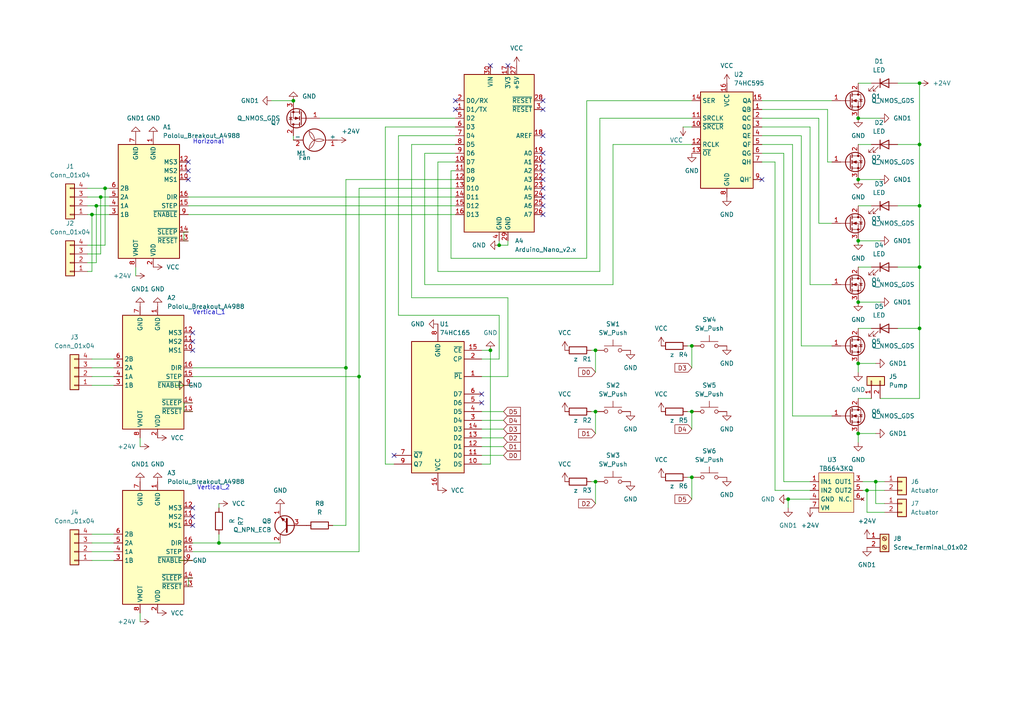
<source format=kicad_sch>
(kicad_sch (version 20211123) (generator eeschema)
  (paper "A4")
  (title_block (title "AutoEraser") (company "Ruchi"))
  (lib_symbols
    (symbol "74xx:74HC165"
      (property "Reference" "U" (at -7.62 19.05 0))
      (property "Value" "74HC165" (at -7.62 -21.59 0))
      (symbol "74HC165_1_0"
        (pin input line (at -12.7 -10.16 0) (length 5.08) (name "~{PL}") (number "1"))
        (pin input line (at -12.7 15.24 0) (length 5.08) (name "DS") (number "10"))
        (pin input line (at -12.7 12.7 0) (length 5.08) (name "D0") (number "11"))
        (pin input line (at -12.7 10.16 0) (length 5.08) (name "D1") (number "12"))
        (pin input line (at -12.7 7.62 0) (length 5.08) (name "D2") (number "13"))
        (pin input line (at -12.7 5.08 0) (length 5.08) (name "D3") (number "14"))
        (pin input line (at -12.7 -17.78 0) (length 5.08) (name "~{CE}") (number "15"))
        (pin power_in line (at 0 22.86 270) (length 5.08) (name "VCC") (number "16"))
        (pin input line (at -12.7 -15.24 0) (length 5.08) (name "CP") (number "2"))
        (pin input line (at -12.7 2.54 0) (length 5.08) (name "D4") (number "3"))
        (pin input line (at -12.7 0 0) (length 5.08) (name "D5") (number "4"))
        (pin input line (at -12.7 -2.54 0) (length 5.08) (name "D6") (number "5"))
        (pin input line (at -12.7 -5.08 0) (length 5.08) (name "D7") (number "6"))
        (pin output line (at 12.7 12.7 180) (length 5.08) (name "~{Q7}") (number "7"))
        (pin power_in line (at 0 -25.4 90) (length 5.08) (name "GND") (number "8"))
        (pin output line (at 12.7 15.24 180) (length 5.08) (name "Q7") (number "9"))
      )
      (symbol "74HC165_1_1"
        (rectangle (start -7.62 17.78) (end 7.62 -20.32) (stroke (width 0.254)) (fill (type background)))
      )
    )
    (symbol "74xx:74HC595"
      (property "Reference" "U" (at -7.62 13.97 0))
      (property "Value" "74HC595" (at -7.62 -16.51 0))
      (symbol "74HC595_1_0"
        (pin tri_state line (at 10.16 7.62 180) (length 2.54) (name "QB") (number "1"))
        (pin input line (at -10.16 2.54 0) (length 2.54) (name "~{SRCLR}") (number "10"))
        (pin input line (at -10.16 5.08 0) (length 2.54) (name "SRCLK") (number "11"))
        (pin input line (at -10.16 -2.54 0) (length 2.54) (name "RCLK") (number "12"))
        (pin input line (at -10.16 -5.08 0) (length 2.54) (name "~{OE}") (number "13"))
        (pin input line (at -10.16 10.16 0) (length 2.54) (name "SER") (number "14"))
        (pin tri_state line (at 10.16 10.16 180) (length 2.54) (name "QA") (number "15"))
        (pin power_in line (at 0 15.24 270) (length 2.54) (name "VCC") (number "16"))
        (pin tri_state line (at 10.16 5.08 180) (length 2.54) (name "QC") (number "2"))
        (pin tri_state line (at 10.16 2.54 180) (length 2.54) (name "QD") (number "3"))
        (pin tri_state line (at 10.16 0 180) (length 2.54) (name "QE") (number "4"))
        (pin tri_state line (at 10.16 -2.54 180) (length 2.54) (name "QF") (number "5"))
        (pin tri_state line (at 10.16 -5.08 180) (length 2.54) (name "QG") (number "6"))
        (pin tri_state line (at 10.16 -7.62 180) (length 2.54) (name "QH") (number "7"))
        (pin power_in line (at 0 -17.78 90) (length 2.54) (name "GND") (number "8"))
        (pin output line (at 10.16 -12.7 180) (length 2.54) (name "QH'") (number "9"))
      )
      (symbol "74HC595_1_1"
        (rectangle (start -7.62 12.7) (end 7.62 -15.24) (stroke (width 0.254)) (fill (type background)))
      )
    )
    (symbol "Connector:Screw_Terminal_01x02" (pin_names (offset 1.016) hide)
      (property "Reference" "J" (at 0 2.54 0))
      (property "Value" "Screw_Terminal_01x02" (at 0 -5.08 0))
      (symbol "Screw_Terminal_01x02_1_1"
        (rectangle (start -1.27 1.27) (end 1.27 -3.81) (stroke (width 0.254)) (fill (type background)))
        (circle (center 0 -2.54) (radius 0.635) (stroke (width 0.1524)))
        (polyline (pts (xy -0.5334 -2.2098) (xy 0.3302 -3.048)) (stroke (width 0.1524)))
        (polyline (pts (xy -0.5334 0.3302) (xy 0.3302 -0.508)) (stroke (width 0.1524)))
        (polyline (pts (xy -0.3556 -2.032) (xy 0.508 -2.8702)) (stroke (width 0.1524)))
        (polyline (pts (xy -0.3556 0.508) (xy 0.508 -0.3302)) (stroke (width 0.1524)))
        (circle (center 0 0) (radius 0.635) (stroke (width 0.1524)))
        (pin passive line (at -5.08 0 0) (length 3.81) (name "Pin_1") (number "1"))
        (pin passive line (at -5.08 -2.54 0) (length 3.81) (name "Pin_2") (number "2"))
      )
    )
    (symbol "Connector_Generic:Conn_01x02" (pin_names (offset 1.016) hide)
      (property "Reference" "J" (at 0 2.54 0))
      (property "Value" "Conn_01x02" (at 0 -5.08 0))
      (symbol "Conn_01x02_1_1"
        (rectangle (start -1.27 -2.413) (end 0 -2.667) (stroke (width 0.1524)))
        (rectangle (start -1.27 0.127) (end 0 -0.127) (stroke (width 0.1524)))
        (rectangle (start -1.27 1.27) (end 1.27 -3.81) (stroke (width 0.254)) (fill (type background)))
        (pin passive line (at -5.08 0 0) (length 3.81) (name "Pin_1") (number "1"))
        (pin passive line (at -5.08 -2.54 0) (length 3.81) (name "Pin_2") (number "2"))
      )
    )
    (symbol "Connector_Generic:Conn_01x04" (pin_names (offset 1.016) hide)
      (property "Reference" "J" (at 0 5.08 0))
      (property "Value" "Conn_01x04" (at 0 -7.62 0))
      (symbol "Conn_01x04_1_1"
        (rectangle (start -1.27 -4.953) (end 0 -5.207) (stroke (width 0.1524)))
        (rectangle (start -1.27 -2.413) (end 0 -2.667) (stroke (width 0.1524)))
        (rectangle (start -1.27 0.127) (end 0 -0.127) (stroke (width 0.1524)))
        (rectangle (start -1.27 2.667) (end 0 2.413) (stroke (width 0.1524)))
        (rectangle (start -1.27 3.81) (end 1.27 -6.35) (stroke (width 0.254)) (fill (type background)))
        (pin passive line (at -5.08 2.54 0) (length 3.81) (name "Pin_1") (number "1"))
        (pin passive line (at -5.08 0 0) (length 3.81) (name "Pin_2") (number "2"))
        (pin passive line (at -5.08 -2.54 0) (length 3.81) (name "Pin_3") (number "3"))
        (pin passive line (at -5.08 -5.08 0) (length 3.81) (name "Pin_4") (number "4"))
      )
    )
    (symbol "Device:LED" (pin_numbers hide) (pin_names (offset 1.016) hide)
      (property "Reference" "D" (at 0 2.54 0))
      (property "Value" "LED" (at 0 -2.54 0))
      (symbol "LED_0_1"
        (polyline (pts (xy -1.27 -1.27) (xy -1.27 1.27)) (stroke (width 0.254)))
        (polyline (pts (xy -1.27 0) (xy 1.27 0)))
        (polyline (pts (xy 1.27 -1.27) (xy 1.27 1.27) (xy -1.27 0) (xy 1.27 -1.27)) (stroke (width 0.254)))
        (polyline (pts (xy -3.048 -0.762) (xy -4.572 -2.286) (xy -3.81 -2.286) (xy -4.572 -2.286) (xy -4.572 -1.524)))
        (polyline (pts (xy -1.778 -0.762) (xy -3.302 -2.286) (xy -2.54 -2.286) (xy -3.302 -2.286) (xy -3.302 -1.524)))
      )
      (symbol "LED_1_1"
        (pin passive line (at -3.81 0 0) (length 2.54) (name "K") (number "1"))
        (pin passive line (at 3.81 0 180) (length 2.54) (name "A") (number "2"))
      )
    )
    (symbol "Device:Q_NMOS_GDS" (pin_names (offset 0) hide)
      (property "Reference" "Q" (at 5.08 1.27 0))
      (property "Value" "Q_NMOS_GDS" (at 5.08 -1.27 0))
      (symbol "Q_NMOS_GDS_0_1"
        (polyline (pts (xy 0.254 0) (xy -2.54 0)))
        (polyline (pts (xy 0.254 1.905) (xy 0.254 -1.905)) (stroke (width 0.254)))
        (polyline (pts (xy 0.762 -1.27) (xy 0.762 -2.286)) (stroke (width 0.254)))
        (polyline (pts (xy 0.762 0.508) (xy 0.762 -0.508)) (stroke (width 0.254)))
        (polyline (pts (xy 0.762 2.286) (xy 0.762 1.27)) (stroke (width 0.254)))
        (polyline (pts (xy 2.54 2.54) (xy 2.54 1.778)))
        (polyline (pts (xy 2.54 -2.54) (xy 2.54 0) (xy 0.762 0)))
        (polyline (pts (xy 0.762 -1.778) (xy 3.302 -1.778) (xy 3.302 1.778) (xy 0.762 1.778)))
        (polyline (pts (xy 1.016 0) (xy 2.032 0.381) (xy 2.032 -0.381) (xy 1.016 0)) (fill (type outline)))
        (polyline (pts (xy 2.794 0.508) (xy 2.921 0.381) (xy 3.683 0.381) (xy 3.81 0.254)))
        (polyline (pts (xy 3.302 0.381) (xy 2.921 -0.254) (xy 3.683 -0.254) (xy 3.302 0.381)))
        (circle (center 1.651 0) (radius 2.794) (stroke (width 0.254)))
        (circle (center 2.54 -1.778) (radius 0.254) (fill (type outline)))
        (circle (center 2.54 1.778) (radius 0.254) (fill (type outline)))
      )
      (symbol "Q_NMOS_GDS_1_1"
        (pin input line (at -5.08 0 0) (length 2.54) (name "G") (number "1"))
        (pin passive line (at 2.54 5.08 270) (length 2.54) (name "D") (number "2"))
        (pin passive line (at 2.54 -5.08 90) (length 2.54) (name "S") (number "3"))
      )
    )
    (symbol "Device:Q_NPN_ECB" (pin_names (offset 0) hide)
      (property "Reference" "Q" (at 5.08 1.27 0))
      (property "Value" "Q_NPN_ECB" (at 5.08 -1.27 0))
      (symbol "Q_NPN_ECB_0_1"
        (polyline (pts (xy 0.635 0.635) (xy 2.54 2.54)))
        (polyline (pts (xy 0.635 -0.635) (xy 2.54 -2.54) (xy 2.54 -2.54)))
        (polyline (pts (xy 0.635 1.905) (xy 0.635 -1.905) (xy 0.635 -1.905)) (stroke (width 0.508)))
        (polyline (pts (xy 1.27 -1.778) (xy 1.778 -1.27) (xy 2.286 -2.286) (xy 1.27 -1.778) (xy 1.27 -1.778)) (fill (type outline)))
        (circle (center 1.27 0) (radius 2.8194) (stroke (width 0.254)))
      )
      (symbol "Q_NPN_ECB_1_1"
        (pin passive line (at 2.54 -5.08 90) (length 2.54) (name "E") (number "1"))
        (pin passive line (at 2.54 5.08 270) (length 2.54) (name "C") (number "2"))
        (pin passive line (at -5.08 0 0) (length 5.715) (name "B") (number "3"))
      )
    )
    (symbol "Device:R" (pin_numbers hide) (pin_names (offset 0))
      (property "Reference" "R" (at 2.032 0 90))
      (property "Value" "R" (at 0 0 90))
      (symbol "R_0_1"
        (rectangle (start -1.016 -2.54) (end 1.016 2.54) (stroke (width 0.254)))
      )
      (symbol "R_1_1"
        (pin passive line (at 0 3.81 270) (length 1.27) (name "~") (number "1"))
        (pin passive line (at 0 -3.81 90) (length 1.27) (name "~") (number "2"))
      )
    )
    (symbol "Driver_Motor:Pololu_Breakout_A4988"
      (property "Reference" "A" (at -2.54 19.05 0))
      (property "Value" "Pololu_Breakout_A4988" (at -2.54 16.51 0))
      (symbol "Pololu_Breakout_A4988_0_1"
        (rectangle (start 10.16 -17.78) (end -7.62 15.24) (stroke (width 0.254)) (fill (type background)))
      )
      (symbol "Pololu_Breakout_A4988_1_1"
        (pin power_in line (at 0 -20.32 90) (length 2.54) (name "GND") (number "1"))
        (pin input line (at -10.16 -7.62 0) (length 2.54) (name "MS1") (number "10"))
        (pin input line (at -10.16 -10.16 0) (length 2.54) (name "MS2") (number "11"))
        (pin input line (at -10.16 -12.7 0) (length 2.54) (name "MS3") (number "12"))
        (pin input line (at -10.16 10.16 0) (length 2.54) (name "~{RESET}") (number "13"))
        (pin input line (at -10.16 7.62 0) (length 2.54) (name "~{SLEEP}") (number "14"))
        (pin input line (at -10.16 0 0) (length 2.54) (name "STEP") (number "15"))
        (pin input line (at -10.16 -2.54 0) (length 2.54) (name "DIR") (number "16"))
        (pin power_in line (at 0 17.78 270) (length 2.54) (name "VDD") (number "2"))
        (pin output line (at 12.7 2.54 180) (length 2.54) (name "1B") (number "3"))
        (pin output line (at 12.7 0 180) (length 2.54) (name "1A") (number "4"))
        (pin output line (at 12.7 -2.54 180) (length 2.54) (name "2A") (number "5"))
        (pin output line (at 12.7 -5.08 180) (length 2.54) (name "2B") (number "6"))
        (pin power_in line (at 5.08 -20.32 90) (length 2.54) (name "GND") (number "7"))
        (pin power_in line (at 5.08 17.78 270) (length 2.54) (name "VMOT") (number "8"))
        (pin input line (at -10.16 2.54 0) (length 2.54) (name "~{ENABLE}") (number "9"))
      )
    )
    (symbol "MCU_Module:Arduino_Nano_v2.x"
      (property "Reference" "A" (at -10.16 23.495 0))
      (property "Value" "Arduino_Nano_v2.x" (at 5.08 -24.13 0))
      (symbol "Arduino_Nano_v2.x_0_1"
        (rectangle (start -10.16 22.86) (end 10.16 -22.86) (stroke (width 0.254)) (fill (type background)))
      )
      (symbol "Arduino_Nano_v2.x_1_1"
        (pin bidirectional line (at -12.7 12.7 0) (length 2.54) (name "D1/TX") (number "1"))
        (pin bidirectional line (at -12.7 -2.54 0) (length 2.54) (name "D7") (number "10"))
        (pin bidirectional line (at -12.7 -5.08 0) (length 2.54) (name "D8") (number "11"))
        (pin bidirectional line (at -12.7 -7.62 0) (length 2.54) (name "D9") (number "12"))
        (pin bidirectional line (at -12.7 -10.16 0) (length 2.54) (name "D10") (number "13"))
        (pin bidirectional line (at -12.7 -12.7 0) (length 2.54) (name "D11") (number "14"))
        (pin bidirectional line (at -12.7 -15.24 0) (length 2.54) (name "D12") (number "15"))
        (pin bidirectional line (at -12.7 -17.78 0) (length 2.54) (name "D13") (number "16"))
        (pin power_out line (at 2.54 25.4 270) (length 2.54) (name "3V3") (number "17"))
        (pin input line (at 12.7 5.08 180) (length 2.54) (name "AREF") (number "18"))
        (pin bidirectional line (at 12.7 0 180) (length 2.54) (name "A0") (number "19"))
        (pin bidirectional line (at -12.7 15.24 0) (length 2.54) (name "D0/RX") (number "2"))
        (pin bidirectional line (at 12.7 -2.54 180) (length 2.54) (name "A1") (number "20"))
        (pin bidirectional line (at 12.7 -5.08 180) (length 2.54) (name "A2") (number "21"))
        (pin bidirectional line (at 12.7 -7.62 180) (length 2.54) (name "A3") (number "22"))
        (pin bidirectional line (at 12.7 -10.16 180) (length 2.54) (name "A4") (number "23"))
        (pin bidirectional line (at 12.7 -12.7 180) (length 2.54) (name "A5") (number "24"))
        (pin bidirectional line (at 12.7 -15.24 180) (length 2.54) (name "A6") (number "25"))
        (pin bidirectional line (at 12.7 -17.78 180) (length 2.54) (name "A7") (number "26"))
        (pin power_out line (at 5.08 25.4 270) (length 2.54) (name "+5V") (number "27"))
        (pin input line (at 12.7 15.24 180) (length 2.54) (name "~{RESET}") (number "28"))
        (pin power_in line (at 2.54 -25.4 90) (length 2.54) (name "GND") (number "29"))
        (pin input line (at 12.7 12.7 180) (length 2.54) (name "~{RESET}") (number "3"))
        (pin power_in line (at -2.54 25.4 270) (length 2.54) (name "VIN") (number "30"))
        (pin power_in line (at 0 -25.4 90) (length 2.54) (name "GND") (number "4"))
        (pin bidirectional line (at -12.7 10.16 0) (length 2.54) (name "D2") (number "5"))
        (pin bidirectional line (at -12.7 7.62 0) (length 2.54) (name "D3") (number "6"))
        (pin bidirectional line (at -12.7 5.08 0) (length 2.54) (name "D4") (number "7"))
        (pin bidirectional line (at -12.7 2.54 0) (length 2.54) (name "D5") (number "8"))
        (pin bidirectional line (at -12.7 0 0) (length 2.54) (name "D6") (number "9"))
      )
    )
    (symbol "Motor:Fan" (pin_names (offset 0))
      (property "Reference" "M" (at 2.54 5.08 0))
      (property "Value" "Fan" (at 2.54 -2.54 0))
      (symbol "Fan_0_1"
        (arc (start -2.54 -0.508) (mid 0.0028 0.9121) (end 0 3.81))
        (polyline (pts (xy 0 -5.08) (xy 0 -4.572)))
        (polyline (pts (xy 0 -2.2352) (xy 0 -2.6416)))
        (polyline (pts (xy 0 4.2672) (xy 0 4.6228)))
        (polyline (pts (xy 0 4.572) (xy 0 5.08)))
        (circle (center 0 1.016) (radius 3.2512) (stroke (width 0.254)))
        (arc (start 0 3.81) (mid 0.053 0.921) (end 2.54 -0.508))
        (arc (start 2.54 -0.508) (mid 0 1.0618) (end -2.54 -0.508))
      )
      (symbol "Fan_1_1"
        (pin passive line (at 0 7.62 270) (length 2.54) (name "+") (number "1"))
        (pin passive line (at 0 -5.08 90) (length 2.54) (name "-") (number "2"))
      )
    )
    (symbol "Switch:SW_Push" (pin_numbers hide) (pin_names (offset 1.016) hide)
      (property "Reference" "SW" (at 1.27 2.54 0))
      (property "Value" "SW_Push" (at 0 -1.524 0))
      (symbol "SW_Push_0_1"
        (circle (center -2.032 0) (radius 0.508))
        (polyline (pts (xy 0 1.27) (xy 0 3.048)))
        (polyline (pts (xy 2.54 1.27) (xy -2.54 1.27)))
        (circle (center 2.032 0) (radius 0.508))
        (pin passive line (at -5.08 0 0) (length 2.54) (name "1") (number "1"))
        (pin passive line (at 5.08 0 180) (length 2.54) (name "2") (number "2"))
      )
    )
    (symbol "TB6643KQ:TB6643KQ"
      (property "Reference" "U" (at 0 2.54 0))
      (property "Value" "TB6643KQ" (at 0 0 0))
      (symbol "TB6643KQ_0_1"
        (rectangle (start -3.81 -1.27) (end 6.35 -12.7) (fill (type background)))
      )
      (symbol "TB6643KQ_1_1"
        (pin input line (at -6.35 -3.81 0) (length 2.54) (name "IN1") (number "1"))
        (pin input line (at -6.35 -6.35 0) (length 2.54) (name "IN2") (number "2"))
        (pin output line (at 8.89 -3.81 180) (length 2.54) (name "OUT1") (number "3"))
        (pin input line (at -6.35 -8.89 0) (length 2.54) (name "GND") (number "4"))
        (pin output line (at 8.89 -6.35 180) (length 2.54) (name "OUT2") (number "5"))
        (pin no_connect line (at 8.89 -8.89 180) (length 2.54) (name "N.C.") (number "6"))
        (pin input line (at -6.35 -11.43 0) (length 2.54) (name "VM") (number "7"))
      )
    )
    (symbol "power:+24V" (power) (pin_names (offset 0))
      (property "Value" "+24V" (at 0 3.556 0))
      (symbol "+24V_0_1"
        (polyline (pts (xy -0.762 1.27) (xy 0 2.54)))
        (polyline (pts (xy 0 0) (xy 0 2.54)))
        (polyline (pts (xy 0 2.54) (xy 0.762 1.27)))
      )
      (symbol "+24V_1_1"
        (pin power_in line (at 0 0 90) (length 0) hide (name "+24V") (number "1"))
      )
    )
    (symbol "power:GND" (power) (pin_names (offset 0))
      (property "Value" "GND" (at 0 -3.81 0))
      (symbol "GND_0_1"
        (polyline (pts (xy 0 0) (xy 0 -1.27) (xy 1.27 -1.27) (xy 0 -2.54) (xy -1.27 -1.27) (xy 0 -1.27)))
      )
      (symbol "GND_1_1"
        (pin power_in line (at 0 0 270) (length 0) hide (name "GND") (number "1"))
      )
    )
    (symbol "power:GND1" (power) (pin_names (offset 0))
      (property "Value" "GND1" (at 0 -3.81 0))
      (symbol "GND1_0_1"
        (polyline (pts (xy 0 0) (xy 0 -1.27) (xy 1.27 -1.27) (xy 0 -2.54) (xy -1.27 -1.27) (xy 0 -1.27)))
      )
      (symbol "GND1_1_1"
        (pin power_in line (at 0 0 270) (length 0) hide (name "GND1") (number "1"))
      )
    )
    (symbol "power:VCC" (power) (pin_names (offset 0))
      (property "Value" "VCC" (at 0 3.81 0))
      (symbol "VCC_0_1"
        (polyline (pts (xy -0.762 1.27) (xy 0 2.54)))
        (polyline (pts (xy 0 0) (xy 0 2.54)))
        (polyline (pts (xy 0 2.54) (xy 0.762 1.27)))
      )
      (symbol "VCC_1_1"
        (pin power_in line (at 0 0 90) (length 0) hide (name "VCC") (number "1"))
      )
    )
  )
  (junction (at 248.92 87.63))
  (junction (at 248.92 69.85))
  (junction (at 266.7 24.13))
  (junction (at 251.46 142.24))
  (junction (at 266.7 77.47))
  (junction (at 266.7 95.25))
  (junction (at 172.72 139.7))
  (junction (at 266.7 59.69))
  (junction (at 30.48 54.61))
  (junction (at 29.21 57.15))
  (junction (at 200.66 119.38))
  (junction (at 172.72 101.6))
  (junction (at 200.66 138.43))
  (junction (at 27.94 59.69))
  (junction (at 254 139.7))
  (junction (at 26.67 62.23))
  (junction (at 248.92 34.29))
  (junction (at 100.33 106.68))
  (junction (at 248.92 105.41))
  (junction (at 85.09 29.21))
  (junction (at 248.92 52.07))
  (junction (at 248.92 125.73))
  (junction (at 104.14 109.22))
  (junction (at 172.72 119.38))
  (junction (at 200.66 100.33))
  (junction (at 144.78 71.12))
  (junction (at 228.6 144.78))
  (junction (at 63.5 157.48))
  (junction (at 142.24 101.6))
  (junction (at 266.7 41.91))
  (no_connect (at 139.7 114.3))
  (no_connect (at 139.7 116.84))
  (no_connect (at 220.98 52.07))
  (no_connect (at 157.48 52.07))
  (no_connect (at 157.48 54.61))
  (no_connect (at 157.48 57.15))
  (no_connect (at 157.48 59.69))
  (no_connect (at 157.48 62.23))
  (no_connect (at 132.08 31.75))
  (no_connect (at 132.08 29.21))
  (no_connect (at 157.48 39.37))
  (no_connect (at 142.24 19.05))
  (no_connect (at 147.32 19.05))
  (no_connect (at 157.48 29.21))
  (no_connect (at 157.48 31.75))
  (no_connect (at 157.48 44.45))
  (no_connect (at 157.48 46.99))
  (no_connect (at 157.48 49.53))
  (no_connect (at 55.88 96.52))
  (no_connect (at 55.88 99.06))
  (no_connect (at 55.88 101.6))
  (no_connect (at 55.88 149.86))
  (no_connect (at 55.88 147.32))
  (no_connect (at 55.88 152.4))
  (no_connect (at 54.61 52.07))
  (no_connect (at 54.61 49.53))
  (no_connect (at 54.61 46.99))
  (no_connect (at 114.3 132.08))
  (wire (pts (xy 241.3 100.33) (xy 232.41 100.33)))
  (wire (pts (xy 172.72 107.95) (xy 172.72 101.6)))
  (wire (pts (xy 248.92 52.07) (xy 255.27 52.07)))
  (wire (pts (xy 255.27 115.57) (xy 266.7 115.57)))
  (wire (pts (xy 144.78 71.12) (xy 144.78 69.85)))
  (wire (pts (xy 54.61 62.23) (xy 132.08 62.23)))
  (wire (pts (xy 232.41 100.33) (xy 232.41 39.37)))
  (wire (pts (xy 53.34 67.31) (xy 53.34 69.85)))
  (wire (pts (xy 54.61 59.69) (xy 132.08 59.69)))
  (wire (pts (xy 251.46 148.59) (xy 251.46 142.24)))
  (wire (pts (xy 171.45 139.7) (xy 172.72 139.7)))
  (wire (pts (xy 266.7 59.69) (xy 260.35 59.69)))
  (wire (pts (xy 63.5 154.94) (xy 63.5 157.48)))
  (wire (pts (xy 198.12 36.83) (xy 200.66 36.83)))
  (wire (pts (xy 104.14 54.61) (xy 132.08 54.61)))
  (wire (pts (xy 104.14 54.61) (xy 104.14 109.22)))
  (wire (pts (xy 200.66 144.78) (xy 200.66 138.43)))
  (wire (pts (xy 26.67 111.76) (xy 33.02 111.76)))
  (wire (pts (xy 254 146.05) (xy 254 139.7)))
  (wire (pts (xy 248.92 107.95) (xy 248.92 105.41)))
  (wire (pts (xy 254 105.41) (xy 248.92 105.41)))
  (wire (pts (xy 172.72 125.73) (xy 172.72 119.38)))
  (wire (pts (xy 227.33 44.45) (xy 227.33 139.7)))
  (wire (pts (xy 100.33 106.68) (xy 100.33 152.4)))
  (wire (pts (xy 220.98 34.29) (xy 237.49 34.29)))
  (wire (pts (xy 55.88 106.68) (xy 100.33 106.68)))
  (wire (pts (xy 30.48 54.61) (xy 31.75 54.61)))
  (wire (pts (xy 55.88 162.56) (xy 52.07 162.56)))
  (wire (pts (xy 53.34 119.38) (xy 55.88 119.38)))
  (wire (pts (xy 199.39 119.38) (xy 200.66 119.38)))
  (wire (pts (xy 26.67 106.68) (xy 33.02 106.68)))
  (wire (pts (xy 26.67 62.23) (xy 31.75 62.23)))
  (wire (pts (xy 114.3 134.62) (xy 111.76 134.62)))
  (wire (pts (xy 254 125.73) (xy 248.92 125.73)))
  (wire (pts (xy 220.98 31.75) (xy 240.03 31.75)))
  (wire (pts (xy 266.7 41.91) (xy 260.35 41.91)))
  (wire (pts (xy 142.24 101.6) (xy 142.24 134.62)))
  (wire (pts (xy 27.94 59.69) (xy 27.94 76.2)))
  (wire (pts (xy 55.88 160.02) (xy 104.14 160.02)))
  (wire (pts (xy 26.67 162.56) (xy 33.02 162.56)))
  (wire (pts (xy 200.66 34.29) (xy 173.99 34.29)))
  (wire (pts (xy 234.95 36.83) (xy 234.95 82.55)))
  (wire (pts (xy 220.98 36.83) (xy 234.95 36.83)))
  (wire (pts (xy 220.98 29.21) (xy 241.3 29.21)))
  (wire (pts (xy 266.7 24.13) (xy 266.7 41.91)))
  (wire (pts (xy 132.08 52.07) (xy 100.33 52.07)))
  (wire (pts (xy 251.46 142.24) (xy 256.54 142.24)))
  (wire (pts (xy 266.7 59.69) (xy 266.7 77.47)))
  (wire (pts (xy 139.7 121.92) (xy 146.05 121.92)))
  (wire (pts (xy 200.66 106.68) (xy 200.66 100.33)))
  (wire (pts (xy 266.7 77.47) (xy 260.35 77.47)))
  (wire (pts (xy 29.21 73.66) (xy 29.21 57.15)))
  (wire (pts (xy 228.6 144.78) (xy 228.6 147.32)))
  (wire (pts (xy 147.32 69.85) (xy 147.32 71.12)))
  (wire (pts (xy 147.32 86.36) (xy 147.32 109.22)))
  (wire (pts (xy 248.92 95.25) (xy 252.73 95.25)))
  (wire (pts (xy 25.4 59.69) (xy 27.94 59.69)))
  (wire (pts (xy 55.88 116.84) (xy 53.34 116.84)))
  (wire (pts (xy 30.48 71.12) (xy 30.48 54.61)))
  (wire (pts (xy 248.92 69.85) (xy 255.27 69.85)))
  (wire (pts (xy 173.99 34.29) (xy 173.99 78.74)))
  (wire (pts (xy 234.95 82.55) (xy 241.3 82.55)))
  (wire (pts (xy 220.98 44.45) (xy 227.33 44.45)))
  (wire (pts (xy 40.64 180.34) (xy 40.64 177.8)))
  (wire (pts (xy 54.61 67.31) (xy 53.34 67.31)))
  (wire (pts (xy 139.7 124.46) (xy 146.05 124.46)))
  (wire (pts (xy 132.08 46.99) (xy 127 46.99)))
  (wire (pts (xy 53.34 69.85) (xy 54.61 69.85)))
  (wire (pts (xy 250.19 139.7) (xy 254 139.7)))
  (wire (pts (xy 139.7 129.54) (xy 146.05 129.54)))
  (wire (pts (xy 199.39 138.43) (xy 200.66 138.43)))
  (wire (pts (xy 220.98 41.91) (xy 229.87 41.91)))
  (wire (pts (xy 240.03 31.75) (xy 240.03 46.99)))
  (wire (pts (xy 27.94 59.69) (xy 31.75 59.69)))
  (wire (pts (xy 25.4 73.66) (xy 29.21 73.66)))
  (wire (pts (xy 177.8 82.55) (xy 123.19 82.55)))
  (wire (pts (xy 130.81 74.93) (xy 170.18 74.93)))
  (wire (pts (xy 200.66 124.46) (xy 200.66 119.38)))
  (wire (pts (xy 63.5 157.48) (xy 81.28 157.48)))
  (wire (pts (xy 119.38 86.36) (xy 147.32 86.36)))
  (wire (pts (xy 25.4 57.15) (xy 29.21 57.15)))
  (wire (pts (xy 248.92 128.27) (xy 248.92 125.73)))
  (wire (pts (xy 26.67 154.94) (xy 33.02 154.94)))
  (wire (pts (xy 227.33 139.7) (xy 234.95 139.7)))
  (wire (pts (xy 147.32 71.12) (xy 144.78 71.12)))
  (wire (pts (xy 177.8 41.91) (xy 177.8 82.55)))
  (wire (pts (xy 55.88 167.64) (xy 54.61 167.64)))
  (wire (pts (xy 250.19 142.24) (xy 251.46 142.24)))
  (wire (pts (xy 254 139.7) (xy 256.54 139.7)))
  (wire (pts (xy 55.88 109.22) (xy 104.14 109.22)))
  (wire (pts (xy 171.45 101.6) (xy 172.72 101.6)))
  (wire (pts (xy 237.49 64.77) (xy 241.3 64.77)))
  (wire (pts (xy 85.09 39.37) (xy 85.09 40.64)))
  (wire (pts (xy 228.6 144.78) (xy 234.95 144.78)))
  (wire (pts (xy 248.92 34.29) (xy 255.27 34.29)))
  (wire (pts (xy 104.14 109.22) (xy 104.14 160.02)))
  (wire (pts (xy 25.4 76.2) (xy 27.94 76.2)))
  (wire (pts (xy 85.09 29.21) (xy 78.74 29.21)))
  (wire (pts (xy 248.92 69.85) (xy 248.92 71.12)))
  (wire (pts (xy 266.7 24.13) (xy 260.35 24.13)))
  (wire (pts (xy 26.67 78.74) (xy 26.67 62.23)))
  (wire (pts (xy 139.7 101.6) (xy 142.24 101.6)))
  (wire (pts (xy 139.7 119.38) (xy 146.05 119.38)))
  (wire (pts (xy 172.72 146.05) (xy 172.72 139.7)))
  (wire (pts (xy 200.66 41.91) (xy 177.8 41.91)))
  (wire (pts (xy 229.87 41.91) (xy 229.87 120.65)))
  (wire (pts (xy 39.37 77.47) (xy 39.37 80.01)))
  (wire (pts (xy 25.4 54.61) (xy 30.48 54.61)))
  (wire (pts (xy 123.19 44.45) (xy 132.08 44.45)))
  (wire (pts (xy 54.61 170.18) (xy 55.88 170.18)))
  (wire (pts (xy 224.79 142.24) (xy 234.95 142.24)))
  (wire (pts (xy 144.78 104.14) (xy 144.78 91.44)))
  (wire (pts (xy 199.39 100.33) (xy 200.66 100.33)))
  (wire (pts (xy 29.21 57.15) (xy 31.75 57.15)))
  (wire (pts (xy 96.52 152.4) (xy 100.33 152.4)))
  (wire (pts (xy 248.92 115.57) (xy 252.73 115.57)))
  (wire (pts (xy 26.67 104.14) (xy 33.02 104.14)))
  (wire (pts (xy 240.03 46.99) (xy 241.3 46.99)))
  (wire (pts (xy 127 46.99) (xy 127 78.74)))
  (wire (pts (xy 130.81 74.93) (xy 130.81 49.53)))
  (wire (pts (xy 248.92 77.47) (xy 252.73 77.47)))
  (wire (pts (xy 248.92 24.13) (xy 252.73 24.13)))
  (wire (pts (xy 139.7 134.62) (xy 142.24 134.62)))
  (wire (pts (xy 248.92 41.91) (xy 252.73 41.91)))
  (wire (pts (xy 139.7 132.08) (xy 146.05 132.08)))
  (wire (pts (xy 171.45 119.38) (xy 172.72 119.38)))
  (wire (pts (xy 220.98 46.99) (xy 224.79 46.99)))
  (wire (pts (xy 256.54 146.05) (xy 254 146.05)))
  (wire (pts (xy 25.4 71.12) (xy 30.48 71.12)))
  (wire (pts (xy 63.5 146.05) (xy 63.5 147.32)))
  (wire (pts (xy 123.19 82.55) (xy 123.19 44.45)))
  (wire (pts (xy 25.4 62.23) (xy 26.67 62.23)))
  (wire (pts (xy 26.67 160.02) (xy 33.02 160.02)))
  (wire (pts (xy 26.67 157.48) (xy 33.02 157.48)))
  (wire (pts (xy 53.34 116.84) (xy 53.34 119.38)))
  (wire (pts (xy 40.64 129.54) (xy 40.64 127)))
  (wire (pts (xy 139.7 109.22) (xy 147.32 109.22)))
  (wire (pts (xy 115.57 91.44) (xy 144.78 91.44)))
  (wire (pts (xy 248.92 59.69) (xy 252.73 59.69)))
  (wire (pts (xy 115.57 39.37) (xy 132.08 39.37)))
  (wire (pts (xy 54.61 57.15) (xy 132.08 57.15)))
  (wire (pts (xy 92.71 34.29) (xy 132.08 34.29)))
  (wire (pts (xy 266.7 41.91) (xy 266.7 59.69)))
  (wire (pts (xy 170.18 29.21) (xy 170.18 74.93)))
  (wire (pts (xy 266.7 95.25) (xy 260.35 95.25)))
  (wire (pts (xy 115.57 91.44) (xy 115.57 39.37)))
  (wire (pts (xy 26.67 109.22) (xy 33.02 109.22)))
  (wire (pts (xy 111.76 36.83) (xy 111.76 134.62)))
  (wire (pts (xy 237.49 34.29) (xy 237.49 64.77)))
  (wire (pts (xy 229.87 120.65) (xy 241.3 120.65)))
  (wire (pts (xy 173.99 78.74) (xy 127 78.74)))
  (wire (pts (xy 266.7 95.25) (xy 266.7 115.57)))
  (wire (pts (xy 224.79 46.99) (xy 224.79 142.24)))
  (wire (pts (xy 170.18 29.21) (xy 200.66 29.21)))
  (wire (pts (xy 139.7 104.14) (xy 144.78 104.14)))
  (wire (pts (xy 25.4 78.74) (xy 26.67 78.74)))
  (wire (pts (xy 55.88 111.76) (xy 50.8 111.76)))
  (wire (pts (xy 256.54 148.59) (xy 251.46 148.59)))
  (wire (pts (xy 55.88 157.48) (xy 63.5 157.48)))
  (wire (pts (xy 248.92 87.63) (xy 255.27 87.63)))
  (wire (pts (xy 139.7 127) (xy 146.05 127)))
  (wire (pts (xy 266.7 77.47) (xy 266.7 95.25)))
  (wire (pts (xy 132.08 41.91) (xy 119.38 41.91)))
  (wire (pts (xy 111.76 36.83) (xy 132.08 36.83)))
  (wire (pts (xy 100.33 52.07) (xy 100.33 106.68)))
  (wire (pts (xy 220.98 39.37) (xy 232.41 39.37)))
  (wire (pts (xy 119.38 41.91) (xy 119.38 86.36)))
  (wire (pts (xy 130.81 49.53) (xy 132.08 49.53)))
  (wire (pts (xy 54.61 167.64) (xy 54.61 170.18)))
  (text "Vertical_2" (at 57.15 142.24 0) (effects (font (size 1.27 1.27)) (justify left bottom)))
  (text "Vertical_1" (at 55.88 91.44 0) (effects (font (size 1.27 1.27)) (justify left bottom)))
  (text "Horizonal" (at 55.88 41.91 0) (effects (font (size 1.27 1.27)) (justify left bottom)))
  (global_label "D0" (shape input) (at 146.05 132.08 0) (property "シート間のリファレンス" "${INTERSHEET_REFS}" (effects hide)))
  (global_label "D3" (shape input) (at 200.66 106.68 180) (property "シート間のリファレンス" "${INTERSHEET_REFS}" (effects hide)))
  (global_label "D2" (shape input) (at 146.05 127 0) (property "シート間のリファレンス" "${INTERSHEET_REFS}" (effects hide)))
  (global_label "D0" (shape input) (at 172.72 107.95 180) (property "シート間のリファレンス" "${INTERSHEET_REFS}" (effects hide)))
  (global_label "D5" (shape input) (at 146.05 119.38 0) (property "シート間のリファレンス" "${INTERSHEET_REFS}" (effects hide)))
  (global_label "D3" (shape input) (at 146.05 124.46 0) (property "シート間のリファレンス" "${INTERSHEET_REFS}" (effects hide)))
  (global_label "D4" (shape input) (at 200.66 124.46 180) (property "シート間のリファレンス" "${INTERSHEET_REFS}" (effects hide)))
  (global_label "D1" (shape input) (at 172.72 125.73 180) (property "シート間のリファレンス" "${INTERSHEET_REFS}" (effects hide)))
  (global_label "D1" (shape input) (at 146.05 129.54 0) (property "シート間のリファレンス" "${INTERSHEET_REFS}" (effects hide)))
  (global_label "D2" (shape input) (at 172.72 146.05 180) (property "シート間のリファレンス" "${INTERSHEET_REFS}" (effects hide)))
  (global_label "D5" (shape input) (at 200.66 144.78 180) (property "シート間のリファレンス" "${INTERSHEET_REFS}" (effects hide)))
  (global_label "D4" (shape input) (at 146.05 121.92 0) (property "シート間のリファレンス" "${INTERSHEET_REFS}" (effects hide)))
  (symbol (lib_id "Device:Q_NPN_ECB") (at 83.82 152.4 180) (unit 1)
    (property "Reference" "Q8" (at 78.74 151.1299 0) (effects (justify left)))
    (property "Value" "Q_NPN_ECB" (at 78.74 153.6699 0) (effects (justify left)))
    (property "Footprint" "Package_TO_SOT_THT:TO-92_Inline" (effects hide))
  )
  (symbol (lib_id "Driver_Motor:Pololu_Breakout_A4988") (at 45.72 160.02 180) (unit 1)
    (property "Reference" "A3" (at 48.4887 137.16 0) (effects (justify right)))
    (property "Value" "Pololu_Breakout_A4988" (at 48.4887 139.7 0) (effects (justify right)))
    (property "Footprint" "Module:Pololu_Breakout-16_15.2x20.3mm" (effects hide))
    (property "Datasheet" "https://www.pololu.com/product/2980/pictures" (effects hide))
  )
  (symbol (lib_id "power:VCC") (at 127 142.24 270) (unit 1)
    (property "Reference" "#PWR024" (effects hide))
    (property "Value" "VCC" (at 130.81 142.2399 90) (effects (justify left)))
  )
  (symbol (lib_id "power:+24V") (at 40.64 129.54 270) (unit 1)
    (property "Reference" "#PWR04" (effects hide))
    (property "Value" "+24V" (at 39.37 129.5401 90) (effects (justify right)))
  )
  (symbol (lib_id "power:GND1") (at 254 105.41 90) (unit 1)
    (property "Reference" "#PWR033" (effects hide))
    (property "Value" "GND1" (at 257.81 105.4099 90) (effects (justify right)))
  )
  (symbol (lib_id "power:GND1") (at 40.64 139.7 180) (unit 1)
    (property "Reference" "#PWR05" (effects hide))
    (property "Value" "GND1" (at 40.64 134.62 0))
  )
  (symbol (lib_id "power:GND") (at 248.92 52.07 0) (unit 1)
    (property "Reference" "#PWR029" (effects hide))
    (property "Value" "GND" (at 248.92 57.15 0))
  )
  (symbol (lib_id "Device:Q_NMOS_GDS") (at 246.38 29.21 0) (unit 1)
    (property "Reference" "Q1" (at 252.73 27.9399 0) (effects (justify left)))
    (property "Value" "Q_NMOS_GDS" (at 252.73 29.21 0) (effects (justify left)))
    (property "Footprint" "2sk2232:TO254P1054X470X1955-3" (effects hide))
  )
  (symbol (lib_id "Device:R") (at 167.64 119.38 270) (unit 1)
    (property "Reference" "R2" (at 168.9101 121.92 90) (effects (justify left)))
    (property "Value" "z" (at 166.3701 121.92 90) (effects (justify left)))
    (property "Footprint" "Resistor_THT:R_Box_L8.4mm_W2.5mm_P5.08mm" (effects hide))
  )
  (symbol (lib_id "power:GND") (at 144.78 71.12 270) (unit 1)
    (property "Reference" "#PWR018" (effects hide))
    (property "Value" "GND" (at 140.97 71.1199 90) (effects (justify right)))
  )
  (symbol (lib_id "power:VCC") (at 198.12 36.83 180) (unit 1)
    (property "Reference" "#PWR022" (effects hide))
    (property "Value" "VCC" (at 198.1199 40.64 0) (effects (justify left)))
  )
  (symbol (lib_id "power:GND") (at 210.82 100.33 0) (unit 1)
    (property "Reference" "#PWR0117" (effects hide))
    (property "Value" "GND" (at 210.82 105.41 0))
  )
  (symbol (lib_id "Connector_Generic:Conn_01x04") (at 20.32 76.2 180) (unit 1)
    (property "Reference" "J2" (at 20.32 64.77 0))
    (property "Value" "Conn_01x04" (at 20.32 67.31 0))
    (property "Footprint" "Connector_PinHeader_2.54mm:PinHeader_1x04_P2.54mm_Vertical" (effects hide))
  )
  (symbol (lib_id "Device:R") (at 167.64 101.6 270) (unit 1)
    (property "Reference" "R1" (at 168.9101 104.14 90) (effects (justify left)))
    (property "Value" "z" (at 166.3701 104.14 90) (effects (justify left)))
    (property "Footprint" "Resistor_THT:R_Box_L8.4mm_W2.5mm_P5.08mm" (effects hide))
  )
  (symbol (lib_id "Device:LED") (at 256.54 41.91 0) (unit 1)
    (property "Reference" "D2" (at 254.9525 35.56 0))
    (property "Value" "LED" (at 254.9525 38.1 0))
    (property "Footprint" "Connector_PinHeader_2.54mm:PinHeader_1x02_P2.54mm_Vertical" (effects hide))
  )
  (symbol (lib_id "Device:R") (at 195.58 119.38 270) (unit 1)
    (property "Reference" "R5" (at 196.8501 121.92 90) (effects (justify left)))
    (property "Value" "z" (at 194.3101 121.92 90) (effects (justify left)))
    (property "Footprint" "Resistor_THT:R_Box_L8.4mm_W2.5mm_P5.08mm" (effects hide))
  )
  (symbol (lib_id "power:GND1") (at 40.64 88.9 180) (unit 1)
    (property "Reference" "#PWR03" (effects hide))
    (property "Value" "GND1" (at 40.64 83.82 0))
  )
  (symbol (lib_id "Connector:Screw_Terminal_01x02") (at 256.54 156.21 0) (unit 1)
    (property "Reference" "J8" (at 259.08 156.2099 0) (effects (justify left)))
    (property "Value" "Screw_Terminal_01x02" (at 259.08 158.7499 0) (effects (justify left)))
    (property "Footprint" "TerminalBlock:TerminalBlock_bornier-2_P5.08mm" (effects hide))
  )
  (symbol (lib_id "power:GND") (at 81.28 147.32 180) (unit 1)
    (property "Reference" "#PWR0126" (effects hide))
    (property "Value" "GND" (at 81.28 142.24 0))
  )
  (symbol (lib_id "power:GND1") (at 255.27 52.07 90) (unit 1)
    (property "Reference" "#PWR0102" (effects hide))
    (property "Value" "GND1" (at 259.08 52.0699 90) (effects (justify right)))
  )
  (symbol (lib_id "Device:Q_NMOS_GDS") (at 246.38 100.33 0) (unit 1)
    (property "Reference" "Q5" (at 252.73 99.0599 0) (effects (justify left)))
    (property "Value" "Q_NMOS_GDS" (at 252.73 100.33 0) (effects (justify left)))
    (property "Footprint" "2sk2232:TO254P1054X470X1955-3" (effects hide))
  )
  (symbol (lib_id "power:VCC") (at 44.45 77.47 270) (unit 1)
    (property "Reference" "#PWR08" (effects hide))
    (property "Value" "VCC" (at 48.26 77.4699 90) (effects (justify left)))
  )
  (symbol (lib_id "power:GND") (at 182.88 101.6 0) (unit 1)
    (property "Reference" "#PWR0114" (effects hide))
    (property "Value" "GND" (at 182.88 106.68 0))
  )
  (symbol (lib_id "power:VCC") (at 191.77 119.38 0) (unit 1)
    (property "Reference" "#PWR0118" (effects hide))
    (property "Value" "VCC" (at 191.77 114.3 0))
  )
  (symbol (lib_id "Device:LED") (at 256.54 24.13 0) (unit 1)
    (property "Reference" "D1" (at 254.9525 17.78 0))
    (property "Value" "LED" (at 254.9525 20.32 0))
    (property "Footprint" "Connector_PinHeader_2.54mm:PinHeader_1x02_P2.54mm_Vertical" (effects hide))
  )
  (symbol (lib_id "power:VCC") (at 191.77 138.43 0) (unit 1)
    (property "Reference" "#PWR0121" (effects hide))
    (property "Value" "VCC" (at 191.77 133.35 0))
  )
  (symbol (lib_id "Driver_Motor:Pololu_Breakout_A4988") (at 45.72 109.22 180) (unit 1)
    (property "Reference" "A2" (at 48.4887 86.36 0) (effects (justify right)))
    (property "Value" "Pololu_Breakout_A4988" (at 48.4887 88.9 0) (effects (justify right)))
    (property "Footprint" "Module:Pololu_Breakout-16_15.2x20.3mm" (effects hide))
    (property "Datasheet" "https://www.pololu.com/product/2980/pictures" (effects hide))
  )
  (symbol (lib_id "power:GND") (at 200.66 44.45 0) (unit 1)
    (property "Reference" "#PWR023" (effects hide))
    (property "Value" "GND" (at 200.66 49.53 0))
  )
  (symbol (lib_id "power:GND") (at 182.88 139.7 0) (unit 1)
    (property "Reference" "#PWR0113" (effects hide))
    (property "Value" "GND" (at 182.88 144.78 0))
  )
  (symbol (lib_id "MCU_Module:Arduino_Nano_v2.x") (at 144.78 44.45 0) (unit 1)
    (property "Reference" "A4" (at 149.3394 69.85 0) (effects (justify left)))
    (property "Value" "Arduino_Nano_v2.x" (at 149.3394 72.39 0) (effects (justify left)))
    (property "Footprint" "Module:Arduino_Nano" (effects hide))
    (property "Datasheet" "https://www.arduino.cc/en/uploads/Main/ArduinoNanoManual23.pdf" (effects hide))
  )
  (symbol (lib_id "Switch:SW_Push") (at 205.74 138.43 0) (unit 1)
    (property "Reference" "SW6" (at 205.74 130.81 0))
    (property "Value" "SW_Push" (at 205.74 133.35 0))
    (property "Footprint" "Connector_PinHeader_2.54mm:PinHeader_1x02_P2.54mm_Vertical" (effects hide))
  )
  (symbol (lib_id "power:VCC") (at 63.5 146.05 270) (unit 1)
    (property "Reference" "#PWR0127" (effects hide))
    (property "Value" "VCC" (at 67.31 146.0499 90) (effects (justify left)))
  )
  (symbol (lib_id "Device:R") (at 195.58 138.43 270) (unit 1)
    (property "Reference" "R6" (at 196.8501 140.97 90) (effects (justify left)))
    (property "Value" "z" (at 194.3101 140.97 90) (effects (justify left)))
    (property "Footprint" "Resistor_THT:R_Box_L8.4mm_W2.5mm_P5.08mm" (effects hide))
  )
  (symbol (lib_id "power:GND") (at 142.24 101.6 180) (unit 1)
    (property "Reference" "#PWR021" (effects hide))
    (property "Value" "GND" (at 142.24 96.52 0))
  )
  (symbol (lib_id "power:GND") (at 248.92 69.85 0) (unit 1)
    (property "Reference" "#PWR030" (effects hide))
    (property "Value" "GND" (at 248.92 74.93 0))
  )
  (symbol (lib_id "Switch:SW_Push") (at 177.8 139.7 0) (unit 1)
    (property "Reference" "SW3" (at 177.8 132.08 0))
    (property "Value" "SW_Push" (at 177.8 134.62 0))
    (property "Footprint" "Connector_PinHeader_2.54mm:PinHeader_1x02_P2.54mm_Vertical" (effects hide))
  )
  (symbol (lib_id "power:GND") (at 210.82 138.43 0) (unit 1)
    (property "Reference" "#PWR0120" (effects hide))
    (property "Value" "GND" (at 210.82 143.51 0))
  )
  (symbol (lib_id "TB6643KQ:TB6643KQ") (at 241.3 135.89 0) (unit 1)
    (property "Reference" "U3" (at 241.3 133.35 0))
    (property "Value" "TB6643KQ" (at 242.57 135.89 0))
    (property "Footprint" "TB6643KQ:SIP1005W50P254L1965H1265Q7" (effects hide))
  )
  (symbol (lib_id "Connector_Generic:Conn_01x02") (at 252.73 110.49 90) (unit 1)
    (property "Reference" "J5" (at 257.81 109.2199 90) (effects (justify right)))
    (property "Value" "Pump" (at 257.81 111.7599 90) (effects (justify right)))
    (property "Footprint" "Connector_PinHeader_2.54mm:PinHeader_1x02_P2.54mm_Vertical" (effects hide))
  )
  (symbol (lib_id "Device:LED") (at 256.54 95.25 0) (unit 1)
    (property "Reference" "D5" (at 254.9525 88.9 0))
    (property "Value" "LED" (at 254.9525 91.44 0))
    (property "Footprint" "Connector_PinHeader_2.54mm:PinHeader_1x02_P2.54mm_Vertical" (effects hide))
  )
  (symbol (lib_id "power:VCC") (at 210.82 24.13 0) (unit 1)
    (property "Reference" "#PWR026" (effects hide))
    (property "Value" "VCC" (at 210.82 19.05 0))
  )
  (symbol (lib_id "power:GND") (at 85.09 29.21 180) (unit 1)
    (property "Reference" "#PWR0123" (effects hide))
    (property "Value" "GND" (at 87.63 27.9399 0) (effects (justify right)))
  )
  (symbol (lib_id "Device:LED") (at 256.54 77.47 0) (unit 1)
    (property "Reference" "D4" (at 254.9525 71.12 0))
    (property "Value" "LED" (at 254.9525 73.66 0))
    (property "Footprint" "Connector_PinHeader_2.54mm:PinHeader_1x02_P2.54mm_Vertical" (effects hide))
  )
  (symbol (lib_id "Switch:SW_Push") (at 205.74 119.38 0) (unit 1)
    (property "Reference" "SW5" (at 205.74 111.76 0))
    (property "Value" "SW_Push" (at 205.74 114.3 0))
    (property "Footprint" "Connector_PinHeader_2.54mm:PinHeader_1x02_P2.54mm_Vertical" (effects hide))
  )
  (symbol (lib_id "Device:Q_NMOS_GDS") (at 87.63 34.29 180) (unit 1)
    (property "Reference" "Q7" (at 81.28 35.5601 0) (effects (justify left)))
    (property "Value" "Q_NMOS_GDS" (at 81.28 34.29 0) (effects (justify left)))
    (property "Footprint" "2sk2232:TO254P1054X470X1955-3" (effects hide))
  )
  (symbol (lib_id "power:GND") (at 50.8 111.76 90) (unit 1)
    (property "Reference" "#PWR014" (effects hide))
    (property "Value" "GND" (at 54.61 111.7599 90) (effects (justify right)))
  )
  (symbol (lib_id "power:GND1") (at 78.74 29.21 270) (unit 1)
    (property "Reference" "#PWR0124" (effects hide))
    (property "Value" "GND1" (at 69.85 29.21 90) (effects (justify left)))
  )
  (symbol (lib_id "Device:R") (at 92.71 152.4 270) (unit 1)
    (property "Reference" "R8" (at 92.71 146.05 90))
    (property "Value" "R" (at 92.71 148.59 90))
    (property "Footprint" "Resistor_THT:R_Box_L8.4mm_W2.5mm_P5.08mm" (effects hide))
  )
  (symbol (lib_id "Device:R") (at 167.64 139.7 270) (unit 1)
    (property "Reference" "R3" (at 168.9101 142.24 90) (effects (justify left)))
    (property "Value" "z" (at 166.3701 142.24 90) (effects (justify left)))
    (property "Footprint" "Resistor_THT:R_Box_L8.4mm_W2.5mm_P5.08mm" (effects hide))
  )
  (symbol (lib_id "power:GND") (at 248.92 128.27 0) (unit 1)
    (property "Reference" "#PWR0106" (effects hide))
    (property "Value" "GND" (at 248.92 133.35 0))
  )
  (symbol (lib_id "Device:Q_NMOS_GDS") (at 246.38 64.77 0) (unit 1)
    (property "Reference" "Q3" (at 252.73 63.4999 0) (effects (justify left)))
    (property "Value" "Q_NMOS_GDS" (at 252.73 64.77 0) (effects (justify left)))
    (property "Footprint" "2sk2232:TO254P1054X470X1955-3" (effects hide))
  )
  (symbol (lib_id "power:VCC") (at 163.83 101.6 0) (unit 1)
    (property "Reference" "#PWR0115" (effects hide))
    (property "Value" "VCC" (at 163.83 96.52 0))
  )
  (symbol (lib_id "power:GND1") (at 255.27 87.63 90) (unit 1)
    (property "Reference" "#PWR0105" (effects hide))
    (property "Value" "GND1" (at 259.08 87.6299 90) (effects (justify right)))
  )
  (symbol (lib_id "Connector_Generic:Conn_01x04") (at 21.59 109.22 180) (unit 1)
    (property "Reference" "J3" (at 21.59 97.79 0))
    (property "Value" "Conn_01x04" (at 21.59 100.33 0))
    (property "Footprint" "Connector_PinHeader_2.54mm:PinHeader_1x04_P2.54mm_Vertical" (effects hide))
  )
  (symbol (lib_id "Switch:SW_Push") (at 177.8 101.6 0) (unit 1)
    (property "Reference" "SW1" (at 177.8 93.98 0))
    (property "Value" "SW_Push" (at 177.8 96.52 0))
    (property "Footprint" "Connector_PinHeader_2.54mm:PinHeader_1x02_P2.54mm_Vertical" (effects hide))
  )
  (symbol (lib_id "power:GND") (at 45.72 139.7 180) (unit 1)
    (property "Reference" "#PWR011" (effects hide))
    (property "Value" "GND" (at 45.72 134.62 0))
  )
  (symbol (lib_id "power:GND") (at 52.07 162.56 90) (unit 1)
    (property "Reference" "#PWR0125" (effects hide))
    (property "Value" "GND" (at 55.88 162.5599 90) (effects (justify right)))
  )
  (symbol (lib_id "power:GND") (at 248.92 107.95 0) (unit 1)
    (property "Reference" "#PWR032" (effects hide))
    (property "Value" "GND" (at 248.92 113.03 0))
  )
  (symbol (lib_id "power:GND1") (at 39.37 39.37 180) (unit 1)
    (property "Reference" "#PWR01" (effects hide))
    (property "Value" "GND1" (at 39.37 34.29 0))
  )
  (symbol (lib_id "power:VCC") (at 163.83 119.38 0) (unit 1)
    (property "Reference" "#PWR0111" (effects hide))
    (property "Value" "VCC" (at 163.83 114.3 0))
  )
  (symbol (lib_id "power:GND") (at 248.92 87.63 0) (unit 1)
    (property "Reference" "#PWR031" (effects hide))
    (property "Value" "GND" (at 248.92 92.71 0))
  )
  (symbol (lib_id "power:+24V") (at 251.46 156.21 0) (unit 1)
    (property "Reference" "#PWR034" (effects hide))
    (property "Value" "+24V" (at 251.46 151.13 0))
  )
  (symbol (lib_id "Connector_Generic:Conn_01x02") (at 261.62 146.05 0) (unit 1)
    (property "Reference" "J7" (at 264.16 146.0499 0) (effects (justify left)))
    (property "Value" "Actuator" (at 264.16 148.5899 0) (effects (justify left)))
    (property "Footprint" "Connector_PinHeader_2.54mm:PinHeader_1x02_P2.54mm_Vertical" (effects hide))
  )
  (symbol (lib_id "Device:R") (at 63.5 151.13 180) (unit 1)
    (property "Reference" "R7" (at 69.85 151.13 90))
    (property "Value" "R" (at 67.31 151.13 90))
    (property "Footprint" "Resistor_THT:R_Box_L8.4mm_W2.5mm_P5.08mm" (effects hide))
  )
  (symbol (lib_id "74xx:74HC595") (at 210.82 39.37 0) (unit 1)
    (property "Reference" "U2" (at 212.8394 21.59 0) (effects (justify left)))
    (property "Value" "74HC595" (at 212.8394 24.13 0) (effects (justify left)))
    (property "Footprint" "Package_DIP:DIP-16_W7.62mm" (effects hide))
    (property "Datasheet" "http://www.ti.com/lit/ds/symlink/sn74hc595.pdf" (effects hide))
  )
  (symbol (lib_id "Motor:Fan") (at 90.17 40.64 270) (unit 1)
    (property "Reference" "M1" (at 88.9 44.45 90) (effects (justify right)))
    (property "Value" "Fan" (at 90.17 45.72 90) (effects (justify right)))
    (property "Footprint" "Connector_PinHeader_2.54mm:PinHeader_1x02_P2.54mm_Vertical" (effects hide))
  )
  (symbol (lib_id "Connector_Generic:Conn_01x04") (at 20.32 59.69 180) (unit 1)
    (property "Reference" "J1" (at 20.32 48.26 0))
    (property "Value" "Conn_01x04" (at 20.32 50.8 0))
    (property "Footprint" "Connector_PinHeader_2.54mm:PinHeader_1x04_P2.54mm_Vertical" (effects hide))
  )
  (symbol (lib_id "power:GND") (at 182.88 119.38 0) (unit 1)
    (property "Reference" "#PWR0110" (effects hide))
    (property "Value" "GND" (at 182.88 124.46 0))
  )
  (symbol (lib_id "power:GND") (at 210.82 119.38 0) (unit 1)
    (property "Reference" "#PWR0119" (effects hide))
    (property "Value" "GND" (at 210.82 124.46 0))
  )
  (symbol (lib_id "power:+24V") (at 234.95 147.32 180) (unit 1)
    (property "Reference" "#PWR0108" (effects hide))
    (property "Value" "+24V" (at 234.95 152.4 0))
  )
  (symbol (lib_id "Device:Q_NMOS_GDS") (at 246.38 46.99 0) (unit 1)
    (property "Reference" "Q2" (at 252.73 45.7199 0) (effects (justify left)))
    (property "Value" "Q_NMOS_GDS" (at 252.73 46.99 0) (effects (justify left)))
    (property "Footprint" "2sk2232:TO254P1054X470X1955-3" (effects hide))
  )
  (symbol (lib_id "power:VCC") (at 45.72 177.8 270) (unit 1)
    (property "Reference" "#PWR012" (effects hide))
    (property "Value" "VCC" (at 49.53 177.7999 90) (effects (justify left)))
  )
  (symbol (lib_id "power:GND") (at 248.92 34.29 0) (unit 1)
    (property "Reference" "#PWR028" (effects hide))
    (property "Value" "GND" (at 248.92 39.37 0))
  )
  (symbol (lib_id "power:VCC") (at 45.72 127 270) (unit 1)
    (property "Reference" "#PWR010" (effects hide))
    (property "Value" "VCC" (at 49.53 126.9999 90) (effects (justify left)))
  )
  (symbol (lib_id "Device:R") (at 195.58 100.33 270) (unit 1)
    (property "Reference" "R4" (at 196.8501 102.87 90) (effects (justify left)))
    (property "Value" "z" (at 194.3101 102.87 90) (effects (justify left)))
    (property "Footprint" "Resistor_THT:R_Box_L8.4mm_W2.5mm_P5.08mm" (effects hide))
  )
  (symbol (lib_id "power:GND") (at 228.6 144.78 270) (unit 1)
    (property "Reference" "#PWR0109" (effects hide))
    (property "Value" "GND" (at 224.79 144.7799 90) (effects (justify right)))
  )
  (symbol (lib_id "Device:LED") (at 256.54 59.69 0) (unit 1)
    (property "Reference" "D3" (at 254.9525 53.34 0))
    (property "Value" "LED" (at 254.9525 55.88 0))
    (property "Footprint" "Connector_PinHeader_2.54mm:PinHeader_1x02_P2.54mm_Vertical" (effects hide))
  )
  (symbol (lib_id "power:GND1") (at 251.46 158.75 0) (unit 1)
    (property "Reference" "#PWR035" (effects hide))
    (property "Value" "GND1" (at 251.46 163.83 0))
  )
  (symbol (lib_id "power:GND") (at 44.45 39.37 180) (unit 1)
    (property "Reference" "#PWR07" (effects hide))
    (property "Value" "GND" (at 44.45 34.29 0))
  )
  (symbol (lib_id "power:+24V") (at 97.79 40.64 270) (unit 1)
    (property "Reference" "#PWR0122" (effects hide))
    (property "Value" "+24V" (at 99.06 38.1 90) (effects (justify left)))
  )
  (symbol (lib_id "power:GND1") (at 255.27 34.29 90) (unit 1)
    (property "Reference" "#PWR0103" (effects hide))
    (property "Value" "GND1" (at 259.08 34.2899 90) (effects (justify right)))
  )
  (symbol (lib_id "Switch:SW_Push") (at 177.8 119.38 0) (unit 1)
    (property "Reference" "SW2" (at 177.8 111.76 0))
    (property "Value" "SW_Push" (at 177.8 114.3 0))
    (property "Footprint" "Connector_PinHeader_2.54mm:PinHeader_1x02_P2.54mm_Vertical" (effects hide))
  )
  (symbol (lib_id "power:GND") (at 45.72 88.9 180) (unit 1)
    (property "Reference" "#PWR09" (effects hide))
    (property "Value" "GND" (at 45.72 83.82 0))
  )
  (symbol (lib_id "Switch:SW_Push") (at 205.74 100.33 0) (unit 1)
    (property "Reference" "SW4" (at 205.74 92.71 0))
    (property "Value" "SW_Push" (at 205.74 95.25 0))
    (property "Footprint" "Connector_PinHeader_2.54mm:PinHeader_1x02_P2.54mm_Vertical" (effects hide))
  )
  (symbol (lib_id "Connector_Generic:Conn_01x02") (at 261.62 139.7 0) (unit 1)
    (property "Reference" "J6" (at 264.16 139.6999 0) (effects (justify left)))
    (property "Value" "Actuator" (at 264.16 142.2399 0) (effects (justify left)))
    (property "Footprint" "Connector_PinHeader_2.54mm:PinHeader_1x02_P2.54mm_Vertical" (effects hide))
  )
  (symbol (lib_id "power:+24V") (at 266.7 24.13 270) (unit 1)
    (property "Reference" "#PWR036" (effects hide))
    (property "Value" "+24V" (at 270.51 24.1299 90) (effects (justify left)))
  )
  (symbol (lib_id "power:VCC") (at 149.86 19.05 0) (unit 1)
    (property "Reference" "#PWR019" (effects hide))
    (property "Value" "VCC" (at 149.86 13.97 0))
  )
  (symbol (lib_id "power:GND") (at 127 93.98 270) (unit 1)
    (property "Reference" "#PWR025" (effects hide))
    (property "Value" "GND" (at 123.19 93.9799 90) (effects (justify right)))
  )
  (symbol (lib_id "power:GND1") (at 255.27 69.85 90) (unit 1)
    (property "Reference" "#PWR0101" (effects hide))
    (property "Value" "GND1" (at 259.08 69.8499 90) (effects (justify right)))
  )
  (symbol (lib_id "power:VCC") (at 191.77 100.33 0) (unit 1)
    (property "Reference" "#PWR0116" (effects hide))
    (property "Value" "VCC" (at 191.77 95.25 0))
  )
  (symbol (lib_id "power:GND1") (at 254 125.73 90) (unit 1)
    (property "Reference" "#PWR0104" (effects hide))
    (property "Value" "GND1" (at 257.81 125.7299 90) (effects (justify right)))
  )
  (symbol (lib_id "power:GND1") (at 228.6 147.32 0) (unit 1)
    (property "Reference" "#PWR0107" (effects hide))
    (property "Value" "GND1" (at 228.6 152.4 0))
  )
  (symbol (lib_id "power:VCC") (at 163.83 139.7 0) (unit 1)
    (property "Reference" "#PWR0112" (effects hide))
    (property "Value" "VCC" (at 163.83 134.62 0))
  )
  (symbol (lib_id "Device:Q_NMOS_GDS") (at 246.38 82.55 0) (unit 1)
    (property "Reference" "Q4" (at 252.73 81.2799 0) (effects (justify left)))
    (property "Value" "Q_NMOS_GDS" (at 252.73 82.55 0) (effects (justify left)))
    (property "Footprint" "2sk2232:TO254P1054X470X1955-3" (effects hide))
  )
  (symbol (lib_id "power:+24V") (at 40.64 180.34 270) (unit 1)
    (property "Reference" "#PWR06" (effects hide))
    (property "Value" "+24V" (at 39.37 180.3401 90) (effects (justify right)))
  )
  (symbol (lib_id "Driver_Motor:Pololu_Breakout_A4988") (at 44.45 59.69 180) (unit 1)
    (property "Reference" "A1" (at 47.2187 36.83 0) (effects (justify right)))
    (property "Value" "Pololu_Breakout_A4988" (at 47.2187 39.37 0) (effects (justify right)))
    (property "Footprint" "Module:Pololu_Breakout-16_15.2x20.3mm" (effects hide))
    (property "Datasheet" "https://www.pololu.com/product/2980/pictures" (effects hide))
  )
  (symbol (lib_id "power:GND") (at 210.82 57.15 0) (unit 1)
    (property "Reference" "#PWR027" (effects hide))
    (property "Value" "GND" (at 210.82 62.23 0))
  )
  (symbol (lib_id "74xx:74HC165") (at 127 119.38 180) (unit 1)
    (property "Reference" "U1" (at 127.5206 93.98 0) (effects (justify right)))
    (property "Value" "74HC165" (at 127.5206 96.52 0) (effects (justify right)))
    (property "Footprint" "Package_DIP:DIP-16_W7.62mm" (effects hide))
    (property "Datasheet" "https://assets.nexperia.com/documents/data-sheet/74HC_HCT165.pdf" (effects hide))
  )
  (symbol (lib_id "power:+24V") (at 39.37 80.01 270) (unit 1)
    (property "Reference" "#PWR02" (effects hide))
    (property "Value" "+24V" (at 38.1 80.01 90) (effects (justify right)))
  )
  (symbol (lib_id "Connector_Generic:Conn_01x04") (at 21.59 160.02 180) (unit 1)
    (property "Reference" "J4" (at 21.59 148.59 0))
    (property "Value" "Conn_01x04" (at 21.59 151.13 0))
    (property "Footprint" "Connector_PinHeader_2.54mm:PinHeader_1x04_P2.54mm_Vertical" (effects hide))
  )
  (symbol (lib_id "Device:Q_NMOS_GDS") (at 246.38 120.65 0) (unit 1)
    (property "Reference" "Q6" (at 252.73 119.3799 0) (effects (justify left)))
    (property "Value" "Q_NMOS_GDS" (at 252.73 120.65 0) (effects (justify left)))
    (property "Footprint" "2sk2232:TO254P1054X470X1955-3" (effects hide))
  )
)
</source>
